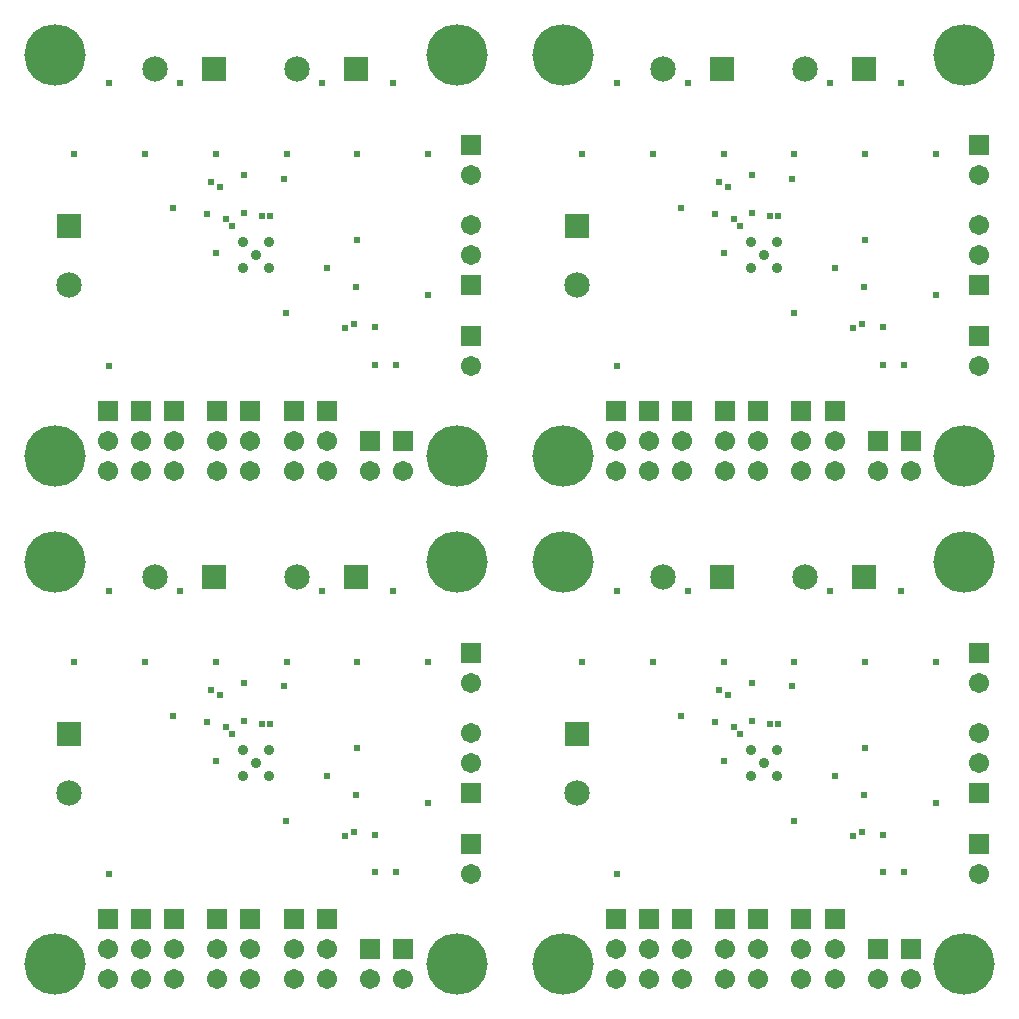
<source format=gbs>
%MOIN*%
%OFA0B0*%
%FSLAX25Y25*%
%IPPOS*%
%LPD*%
%ADD23C,0.06706*%
%ADD24R,0.06706X0.06706*%
%ADD25C,0.08477*%
%ADD26R,0.08477X0.08477*%
%ADD27R,0.08477X0.08477*%
%ADD28C,0.20485000000000003*%
%ADD29C,0.02375*%
%ADD30C,0.03556*%
%ADD41C,0.06706*%
%ADD42R,0.06706X0.06706*%
%ADD43C,0.08477*%
%ADD44R,0.08477X0.08477*%
%ADD45R,0.08477X0.08477*%
%ADD46C,0.20485000000000003*%
%ADD47C,0.02375*%
%ADD48C,0.03556*%
%ADD49C,0.06706*%
%ADD50R,0.06706X0.06706*%
%ADD51C,0.08477*%
%ADD52R,0.08477X0.08477*%
%ADD53R,0.08477X0.08477*%
%ADD54C,0.20485000000000003*%
%ADD55C,0.02375*%
%ADD56C,0.03556*%
%ADD57C,0.06706*%
%ADD58R,0.06706X0.06706*%
%ADD59C,0.08477*%
%ADD60R,0.08477X0.08477*%
%ADD61R,0.08477X0.08477*%
%ADD62C,0.20485000000000003*%
%ADD63C,0.02375*%
%ADD64C,0.03556*%
G01*
G75*
D23*
X0116929Y0243149D02*
D03*
X0127953Y0243149D02*
D03*
X0102362Y0243149D02*
D03*
X0102362Y0253148D02*
D03*
X0091337Y0243149D02*
D03*
X0091337Y0253148D02*
D03*
X0076772Y0243149D02*
D03*
X0076772Y0253148D02*
D03*
X0065748Y0243149D02*
D03*
X0065748Y0253148D02*
D03*
X0051575Y0243149D02*
D03*
X0051575Y0253148D02*
D03*
X0040551Y0243149D02*
D03*
X0040551Y0253148D02*
D03*
X0029528Y0243149D02*
D03*
X0029528Y0253148D02*
D03*
X0150393Y0324960D02*
D03*
X0150393Y0314960D02*
D03*
X0150393Y0278189D02*
D03*
X0150393Y0341574D02*
D03*
D24*
X0116929Y0253148D02*
D03*
X0127953Y0253148D02*
D03*
X0102362Y0263149D02*
D03*
X0091337Y0263149D02*
D03*
X0076772Y0263149D02*
D03*
X0065748Y0263149D02*
D03*
X0051575Y0263149D02*
D03*
X0040551Y0263149D02*
D03*
X0029528Y0263149D02*
D03*
X0150393Y0304959D02*
D03*
X0150393Y0288188D02*
D03*
X0150393Y0351574D02*
D03*
D25*
X0016535Y0305119D02*
D03*
X0092521Y0377165D02*
D03*
X0045276Y0377165D02*
D03*
D26*
X0016535Y0324804D02*
D03*
D27*
X0112206Y0377165D02*
D03*
X0064961Y0377165D02*
D03*
D28*
X0011811Y0248030D02*
D03*
X0145669Y0381889D02*
D03*
X0011811Y0381889D02*
D03*
X0145669Y0248030D02*
D03*
D29*
X0136221Y0348818D02*
D03*
X0136221Y0301574D02*
D03*
X0124408Y0372441D02*
D03*
X0112599Y0348818D02*
D03*
X0100787Y0372441D02*
D03*
X0088976Y0348818D02*
D03*
X0065354Y0348818D02*
D03*
X0053542Y0372441D02*
D03*
X0041732Y0348818D02*
D03*
X0029920Y0372441D02*
D03*
X0018110Y0348818D02*
D03*
X0029920Y0277952D02*
D03*
X0125394Y0278543D02*
D03*
X0118504Y0278543D02*
D03*
X0118504Y0291141D02*
D03*
X0108464Y0290748D02*
D03*
X0111417Y0292125D02*
D03*
X0088189Y0340551D02*
D03*
X0063778Y0339370D02*
D03*
X0051181Y0330708D02*
D03*
X0062598Y0328740D02*
D03*
X0088779Y0295669D02*
D03*
X0102362Y0310630D02*
D03*
X0112205Y0304330D02*
D03*
X0074803Y0341732D02*
D03*
X0068898Y0327165D02*
D03*
X0074803Y0329133D02*
D03*
X0065354Y0315748D02*
D03*
X0112598Y0320077D02*
D03*
X0066929Y0337795D02*
D03*
X0080709Y0327952D02*
D03*
X0083465Y0327952D02*
D03*
X0070866Y0324803D02*
D03*
D30*
X0083071Y0319291D02*
D03*
X0083071Y0310630D02*
D03*
X0078740Y0314960D02*
D03*
X0074409Y0319291D02*
D03*
X0074409Y0310630D02*
D03*
G04 next file*
G04*
G04 #@! TF.GenerationSoftware,Altium Limited,Altium Designer,21.7.2 (23)*
G04*
G04 Layer_Color=16711935*
G04 skipping 70
G04*
G04 #@! TF.SameCoordinates,D7E17CD3-6D55-4483-A905-566B995BA5DE*
G04*
G04*
G04 #@! TF.FilePolarity,Negative*
G04*
G01*
G75*
D41*
X0286220Y0243149D02*
D03*
X0297244Y0243149D02*
D03*
X0271652Y0243149D02*
D03*
X0271652Y0253148D02*
D03*
X0260630Y0243149D02*
D03*
X0260630Y0253148D02*
D03*
X0246063Y0243149D02*
D03*
X0246063Y0253148D02*
D03*
X0235039Y0243149D02*
D03*
X0235039Y0253148D02*
D03*
X0220866Y0243149D02*
D03*
X0220866Y0253148D02*
D03*
X0209842Y0243149D02*
D03*
X0209842Y0253148D02*
D03*
X0198818Y0243149D02*
D03*
X0198818Y0253148D02*
D03*
X0319685Y0324960D02*
D03*
X0319685Y0314960D02*
D03*
X0319685Y0278189D02*
D03*
X0319685Y0341574D02*
D03*
D42*
X0286220Y0253148D02*
D03*
X0297244Y0253148D02*
D03*
X0271652Y0263149D02*
D03*
X0260630Y0263149D02*
D03*
X0246063Y0263149D02*
D03*
X0235039Y0263149D02*
D03*
X0220866Y0263149D02*
D03*
X0209842Y0263149D02*
D03*
X0198818Y0263149D02*
D03*
X0319685Y0304959D02*
D03*
X0319685Y0288188D02*
D03*
X0319685Y0351574D02*
D03*
D43*
X0185826Y0305119D02*
D03*
X0261811Y0377165D02*
D03*
X0214567Y0377165D02*
D03*
D44*
X0185826Y0324804D02*
D03*
D45*
X0281497Y0377165D02*
D03*
X0234252Y0377165D02*
D03*
D46*
X0181102Y0248030D02*
D03*
X0314960Y0381889D02*
D03*
X0181102Y0381889D02*
D03*
X0314960Y0248030D02*
D03*
D47*
X0305512Y0348818D02*
D03*
X0305512Y0301574D02*
D03*
X0293700Y0372441D02*
D03*
X0281890Y0348818D02*
D03*
X0270078Y0372441D02*
D03*
X0258266Y0348818D02*
D03*
X0234645Y0348818D02*
D03*
X0222834Y0372441D02*
D03*
X0211023Y0348818D02*
D03*
X0199212Y0372441D02*
D03*
X0187401Y0348818D02*
D03*
X0199212Y0277952D02*
D03*
X0294685Y0278543D02*
D03*
X0287795Y0278543D02*
D03*
X0287795Y0291141D02*
D03*
X0277756Y0290748D02*
D03*
X0280708Y0292125D02*
D03*
X0257479Y0340551D02*
D03*
X0233070Y0339370D02*
D03*
X0220472Y0330708D02*
D03*
X0231889Y0328740D02*
D03*
X0258070Y0295669D02*
D03*
X0271652Y0310630D02*
D03*
X0281496Y0304330D02*
D03*
X0244094Y0341732D02*
D03*
X0238188Y0327165D02*
D03*
X0244094Y0329133D02*
D03*
X0234645Y0315748D02*
D03*
X0281889Y0320077D02*
D03*
X0236220Y0337795D02*
D03*
X0250000Y0327952D02*
D03*
X0252755Y0327952D02*
D03*
X0240157Y0324803D02*
D03*
D48*
X0252362Y0319291D02*
D03*
X0252362Y0310630D02*
D03*
X0248030Y0314960D02*
D03*
X0243701Y0319291D02*
D03*
X0243701Y0310630D02*
D03*
G04 next file*
G04*
G04 #@! TF.GenerationSoftware,Altium Limited,Altium Designer,21.7.2 (23)*
G04*
G04 Layer_Color=16711935*
G04 skipping 70
G04*
G04 #@! TF.SameCoordinates,D7E17CD3-6D55-4483-A905-566B995BA5DE*
G04*
G04*
G04 #@! TF.FilePolarity,Negative*
G04*
G01*
G75*
D49*
X0116929Y0073858D02*
D03*
X0127953Y0073858D02*
D03*
X0102362Y0073858D02*
D03*
X0102362Y0083858D02*
D03*
X0091337Y0073858D02*
D03*
X0091337Y0083858D02*
D03*
X0076772Y0073858D02*
D03*
X0076772Y0083858D02*
D03*
X0065748Y0073858D02*
D03*
X0065748Y0083858D02*
D03*
X0051575Y0073858D02*
D03*
X0051575Y0083858D02*
D03*
X0040551Y0073858D02*
D03*
X0040551Y0083858D02*
D03*
X0029528Y0073858D02*
D03*
X0029528Y0083858D02*
D03*
X0150393Y0155669D02*
D03*
X0150393Y0145669D02*
D03*
X0150393Y0108898D02*
D03*
X0150393Y0172283D02*
D03*
D50*
X0116929Y0083858D02*
D03*
X0127953Y0083858D02*
D03*
X0102362Y0093858D02*
D03*
X0091337Y0093858D02*
D03*
X0076772Y0093858D02*
D03*
X0065748Y0093858D02*
D03*
X0051575Y0093858D02*
D03*
X0040551Y0093858D02*
D03*
X0029528Y0093858D02*
D03*
X0150393Y0135669D02*
D03*
X0150393Y0118897D02*
D03*
X0150393Y0182283D02*
D03*
D51*
X0016535Y0135828D02*
D03*
X0092521Y0207873D02*
D03*
X0045276Y0207873D02*
D03*
D52*
X0016535Y0155513D02*
D03*
D53*
X0112206Y0207873D02*
D03*
X0064961Y0207873D02*
D03*
D54*
X0011811Y0078740D02*
D03*
X0145669Y0212598D02*
D03*
X0011811Y0212598D02*
D03*
X0145669Y0078740D02*
D03*
D55*
X0136221Y0179528D02*
D03*
X0136221Y0132282D02*
D03*
X0124408Y0203150D02*
D03*
X0112599Y0179528D02*
D03*
X0100787Y0203150D02*
D03*
X0088976Y0179528D02*
D03*
X0065354Y0179528D02*
D03*
X0053542Y0203150D02*
D03*
X0041732Y0179528D02*
D03*
X0029920Y0203150D02*
D03*
X0018110Y0179528D02*
D03*
X0029920Y0108661D02*
D03*
X0125394Y0109252D02*
D03*
X0118504Y0109252D02*
D03*
X0118504Y0121849D02*
D03*
X0108464Y0121457D02*
D03*
X0111417Y0122834D02*
D03*
X0088189Y0171260D02*
D03*
X0063778Y0170079D02*
D03*
X0051181Y0161417D02*
D03*
X0062598Y0159449D02*
D03*
X0088779Y0126377D02*
D03*
X0102362Y0141339D02*
D03*
X0112205Y0135039D02*
D03*
X0074803Y0172441D02*
D03*
X0068898Y0157874D02*
D03*
X0074803Y0159841D02*
D03*
X0065354Y0146457D02*
D03*
X0112598Y0150787D02*
D03*
X0066929Y0168504D02*
D03*
X0080709Y0158661D02*
D03*
X0083465Y0158661D02*
D03*
X0070866Y0155512D02*
D03*
D56*
X0083071Y0149999D02*
D03*
X0083071Y0141339D02*
D03*
X0078740Y0145669D02*
D03*
X0074409Y0149999D02*
D03*
X0074409Y0141339D02*
D03*
G04 next file*
G04*
G04 #@! TF.GenerationSoftware,Altium Limited,Altium Designer,21.7.2 (23)*
G04*
G04 Layer_Color=16711935*
G04 skipping 70
G04*
G04 #@! TF.SameCoordinates,D7E17CD3-6D55-4483-A905-566B995BA5DE*
G04*
G04*
G04 #@! TF.FilePolarity,Negative*
G04*
G01*
G75*
D57*
X0286220Y0073858D02*
D03*
X0297244Y0073858D02*
D03*
X0271652Y0073858D02*
D03*
X0271652Y0083858D02*
D03*
X0260630Y0073858D02*
D03*
X0260630Y0083858D02*
D03*
X0246063Y0073858D02*
D03*
X0246063Y0083858D02*
D03*
X0235039Y0073858D02*
D03*
X0235039Y0083858D02*
D03*
X0220866Y0073858D02*
D03*
X0220866Y0083858D02*
D03*
X0209842Y0073858D02*
D03*
X0209842Y0083858D02*
D03*
X0198818Y0073858D02*
D03*
X0198818Y0083858D02*
D03*
X0319685Y0155669D02*
D03*
X0319685Y0145669D02*
D03*
X0319685Y0108898D02*
D03*
X0319685Y0172283D02*
D03*
D58*
X0286220Y0083858D02*
D03*
X0297244Y0083858D02*
D03*
X0271652Y0093858D02*
D03*
X0260630Y0093858D02*
D03*
X0246063Y0093858D02*
D03*
X0235039Y0093858D02*
D03*
X0220866Y0093858D02*
D03*
X0209842Y0093858D02*
D03*
X0198818Y0093858D02*
D03*
X0319685Y0135669D02*
D03*
X0319685Y0118897D02*
D03*
X0319685Y0182283D02*
D03*
D59*
X0185826Y0135828D02*
D03*
X0261811Y0207873D02*
D03*
X0214567Y0207873D02*
D03*
D60*
X0185826Y0155513D02*
D03*
D61*
X0281497Y0207873D02*
D03*
X0234252Y0207873D02*
D03*
D62*
X0181102Y0078740D02*
D03*
X0314960Y0212598D02*
D03*
X0181102Y0212598D02*
D03*
X0314960Y0078740D02*
D03*
D63*
X0305512Y0179528D02*
D03*
X0305512Y0132282D02*
D03*
X0293700Y0203150D02*
D03*
X0281890Y0179528D02*
D03*
X0270078Y0203150D02*
D03*
X0258266Y0179528D02*
D03*
X0234645Y0179528D02*
D03*
X0222834Y0203150D02*
D03*
X0211023Y0179528D02*
D03*
X0199212Y0203150D02*
D03*
X0187401Y0179528D02*
D03*
X0199212Y0108661D02*
D03*
X0294685Y0109252D02*
D03*
X0287795Y0109252D02*
D03*
X0287795Y0121849D02*
D03*
X0277756Y0121457D02*
D03*
X0280708Y0122834D02*
D03*
X0257479Y0171260D02*
D03*
X0233070Y0170079D02*
D03*
X0220472Y0161417D02*
D03*
X0231889Y0159449D02*
D03*
X0258070Y0126377D02*
D03*
X0271652Y0141339D02*
D03*
X0281496Y0135039D02*
D03*
X0244094Y0172441D02*
D03*
X0238188Y0157874D02*
D03*
X0244094Y0159841D02*
D03*
X0234645Y0146457D02*
D03*
X0281889Y0150787D02*
D03*
X0236220Y0168504D02*
D03*
X0250000Y0158661D02*
D03*
X0252755Y0158661D02*
D03*
X0240157Y0155512D02*
D03*
D64*
X0252362Y0149999D02*
D03*
X0252362Y0141339D02*
D03*
X0248030Y0145669D02*
D03*
X0243701Y0149999D02*
D03*
X0243701Y0141339D02*
D03*
M02*
</source>
